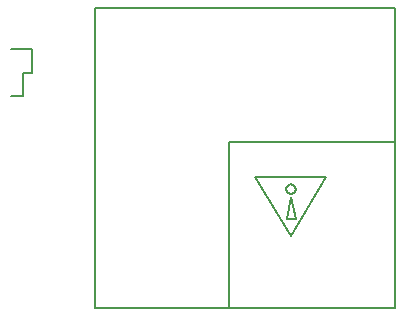
<source format=gbo>
G75*
%MOIN*%
%OFA0B0*%
%FSLAX24Y24*%
%IPPOS*%
%LPD*%
%AMOC8*
5,1,8,0,0,1.08239X$1,22.5*
%
%ADD10C,0.0080*%
%ADD11C,0.0050*%
D10*
X020007Y012490D02*
X020401Y012490D01*
X020401Y013277D01*
X020696Y013277D01*
X020696Y014065D01*
X020007Y014065D01*
D11*
X022798Y015443D02*
X022798Y005443D01*
X027286Y005443D01*
X027286Y010954D01*
X032798Y010954D01*
X032798Y005443D01*
X027286Y005443D01*
X029341Y007824D02*
X030522Y009793D01*
X028160Y009793D01*
X029341Y007824D01*
X029223Y008415D02*
X029341Y009124D01*
X029498Y008415D01*
X029223Y008415D01*
X029184Y009399D02*
X029186Y009424D01*
X029192Y009448D01*
X029201Y009470D01*
X029214Y009491D01*
X029230Y009510D01*
X029249Y009526D01*
X029270Y009539D01*
X029292Y009548D01*
X029316Y009554D01*
X029341Y009556D01*
X029366Y009554D01*
X029390Y009548D01*
X029412Y009539D01*
X029433Y009526D01*
X029452Y009510D01*
X029468Y009491D01*
X029481Y009470D01*
X029490Y009448D01*
X029496Y009424D01*
X029498Y009399D01*
X029496Y009374D01*
X029490Y009350D01*
X029481Y009328D01*
X029468Y009307D01*
X029452Y009288D01*
X029433Y009272D01*
X029412Y009259D01*
X029390Y009250D01*
X029366Y009244D01*
X029341Y009242D01*
X029316Y009244D01*
X029292Y009250D01*
X029270Y009259D01*
X029249Y009272D01*
X029230Y009288D01*
X029214Y009307D01*
X029201Y009328D01*
X029192Y009350D01*
X029186Y009374D01*
X029184Y009399D01*
X032798Y010954D02*
X032798Y015443D01*
X022798Y015443D01*
M02*

</source>
